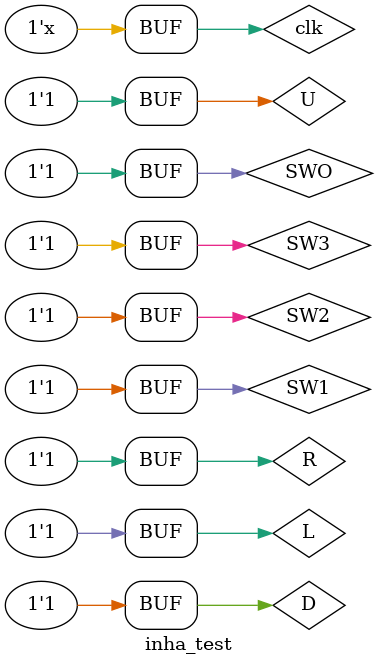
<source format=v>
`timescale 1ns / 1ps


module inha_test;


    wire [7:0]LED;
    wire RD,GN,YL;
    reg L,R,U,D,SWO,SW1,SW2,SW3,clk;
    
        inha inha(LED, RD, GN, YL, L, R, U, D, SWO, SW1, SW2, SW3, clk);
    
    always
        #5 clk <= ~clk;
    initial 
    begin
        #0 clk <= 1; SWO <= 1; SW1 <= 1; SW2 <= 1; SW3 <= 1; L <= 1; R <= 1; D<=1;U<=1;
        #10 SWO<= 0;
        #10 SWO <= 1;
       
        #60 
        #10
        #10 U <= 0;
        #10 U <= 1;
          #60 
        #10 SW2<= 0;
        #10 SW2 <= 1;
              #60
           #10 U <= 0;
        #10 U <= 1;
              #60
        #10 L <= 0;
        #10 L <= 1;
        #10 
        #10 
           #10 U <= 0;
        #10 U <= 1;
        #10 L <= 0;
        #10 L <= 1;
        #10 
        #10 
        
           #10 U <= 0;
        #10 U <= 1;
        #10 L <= 0;
        #10 L <= 1;
        #10 
        #10 
           #10 U <= 0;
        #10 U <= 1;
        #10 L <= 0;
        #10 L <= 1;
        #10 
        #10 
           #10 U <= 0;
        #10 U <= 1;
        #10 L <= 0;
        #10 L <= 1;
        #10 
        #10 
           #10 U <= 0;
        #10 U <= 1;
        #10 L <= 0;
        #10 L <= 1;
        #10 
        #10 
        
           #10 U <= 0;
        #10 U <= 1;
        #10 L <= 0;
        #10 L <= 1;
        #10 
        #10 
           #10 U <= 0;
        #10 U <= 1;
        #10 L <= 0;   
           #10 L <= 1;
           #10 
        #10 
        #10 U <= 0;
        #10 U <= 1;
        #10 
        #10 

 
        #10 SW1<=0;
        #10 SW1<=1;
             #10 
        #10 
  #10 SW3<=0;
        #10 SW3<=1;
       
 
    end
    
endmodule

</source>
